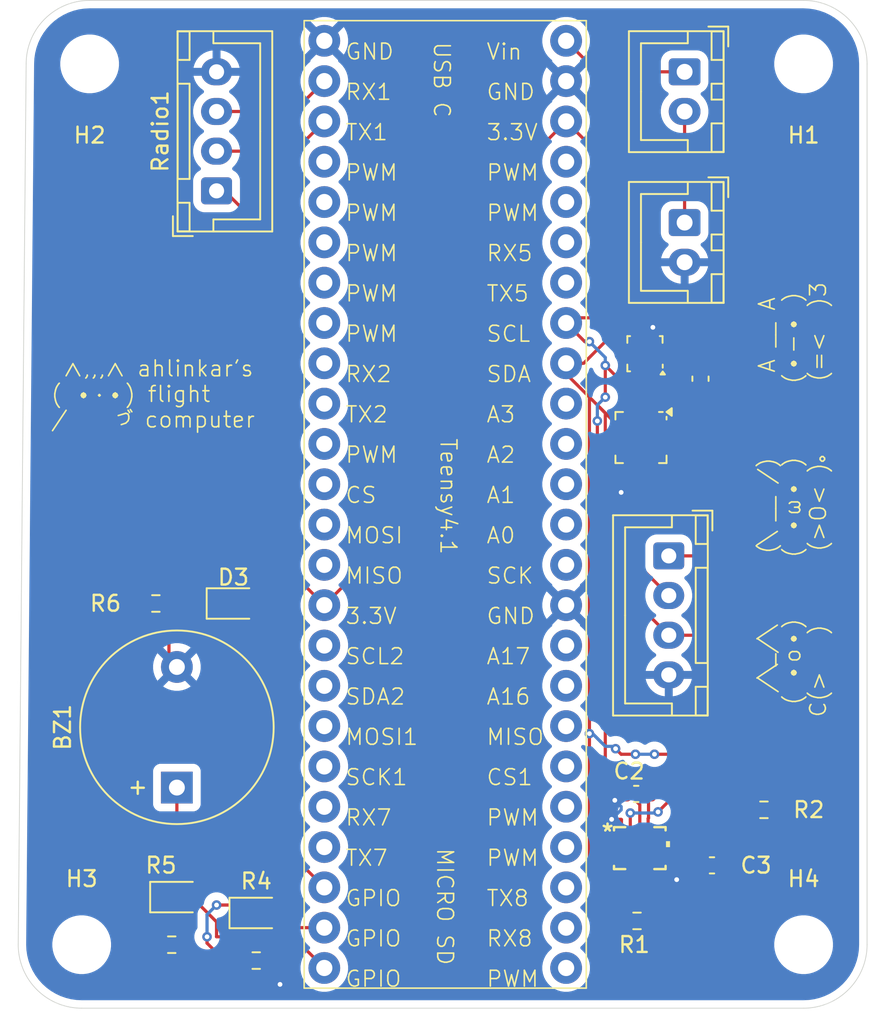
<source format=kicad_pcb>
(kicad_pcb (version 20241229) (generator "pcbnew") (generator_version "9.0")
  (layers (0 "F.Cu" signal) (2 "B.Cu" signal) (13 "F.Paste" user) (15 "B.Paste" user) (5 "F.SilkS" user "F.Silkscreen") (7 "B.SilkS" user "B.Silkscreen") (1 "F.Mask" user) (3 "B.Mask" user) (25 "Edge.Cuts" user))
  (net 0 "")
  (net 1 "GND")
  (net 2 "Net-(BZ1-+)")
  (net 3 "+3.3V")
  (net 4 "Net-(J1-Pin_2)")
  (net 5 "+5V")
  (net 6 "/TX")
  (net 7 "/RX")
  (net 26 "Net-(D1-K)")
  (net 27 "Net-(D2-K)")
  (net 32 "Net-(D2-A)")
  (net 53 "Net-(D1-A)")
  (net 58 "Net-(D3-K)")
  (net 59 "/SDA")
  (net 62 "/SCL")
  (footprint "LED_SMD:LED_0805_2012Metric" (layer "F.Cu") (at 82 114.5)
    (property "Reference" "D1" (hide yes))
    (property "Value" "red LED")
    (pad "1" smd roundrect (at -0.9375 0) (size 0.975 1.4) (layers "F.Cu" "F.Mask" "F.Paste") (net 26 "Net-(D1-K)"))
    (pad "2" smd roundrect (at 0.9375 0) (size 0.975 1.4) (layers "F.Cu" "F.Mask" "F.Paste") (net 53 "Net-(D1-A)"))
  )
  (footprint "Capacitor_SMD:C_0603_1608Metric" (layer "F.Cu") (at 115.725 112.5)
    (property "Reference" "C3" (hide yes))
    (property "Value" "100 nF" (hide yes))
    (pad "1" smd roundrect (at -0.775 0) (size 0.9 0.95) (layers "F.Cu" "F.Mask" "F.Paste") (net 1 "GND"))
    (pad "2" smd roundrect (at 0.775 0) (size 0.9 0.95) (layers "F.Cu" "F.Mask" "F.Paste") (net 3 "+3.3V"))
  )
  (footprint "Capacitor_SMD:C_0603_1608Metric" (layer "F.Cu") (at 115 81.8375 90)
    (property "Reference" "C1" (hide yes))
    (property "Value" "100 nF" (hide yes))
    (pad "1" smd roundrect (at -0.775 0 90) (size 0.9 0.95) (layers "F.Cu" "F.Mask" "F.Paste") (net 1 "GND"))
    (pad "2" smd roundrect (at 0.775 0 90) (size 0.9 0.95) (layers "F.Cu" "F.Mask" "F.Paste") (net 3 "+3.3V"))
  )
  (footprint "Resistor_SMD:R_0603_1608Metric" (layer "F.Cu") (at 80.675 96)
    (property "Reference" "R6" (at -3.175 0 0) (layer "F.SilkS"))
    (property "Value" "560")
    (pad "1" smd roundrect (at -0.825 0) (size 0.8 0.95) (layers "F.Cu" "F.Mask" "F.Paste") (net 58 "Net-(D3-K)"))
    (pad "2" smd roundrect (at 0.825 0) (size 0.8 0.95) (layers "F.Cu" "F.Mask" "F.Paste") (net 1 "GND"))
  )
  (footprint "Resistor_SMD:R_0603_1608Metric" (layer "F.Cu") (at 119 109 180)
    (property "Reference" "R2" (at -2.825 0 0) (layer "F.SilkS"))
    (property "Value" "5.1k" (hide yes))
    (pad "1" smd roundrect (at -0.825 0 180) (size 0.8 0.95) (layers "F.Cu" "F.Mask" "F.Paste") (net 3 "+3.3V"))
    (pad "2" smd roundrect (at 0.825 0 180) (size 0.8 0.95) (layers "F.Cu" "F.Mask" "F.Paste") (net 59 "/SDA"))
  )
  (footprint "LED_SMD:LED_0805_2012Metric" (layer "F.Cu") (at 85.5625 96)
    (property "Reference" "D3" (at 0 -1.65 0) (layer "F.SilkS"))
    (property "Value" "LED")
    (pad "1" smd roundrect (at -0.9375 0) (size 0.975 1.4) (layers "F.Cu" "F.Mask" "F.Paste") (net 58 "Net-(D3-K)"))
    (pad "2" smd roundrect (at 0.9375 0) (size 0.975 1.4) (layers "F.Cu" "F.Mask" "F.Paste") (net 3 "+3.3V"))
  )
  (footprint "LED_SMD:LED_0805_2012Metric" (layer "F.Cu") (at 87 115.5)
    (property "Reference" "D2" (hide yes))
    (property "Value" "green LED")
    (pad "1" smd roundrect (at -0.9375 0) (size 0.975 1.4) (layers "F.Cu" "F.Mask" "F.Paste") (net 27 "Net-(D2-K)"))
    (pad "2" smd roundrect (at 0.9375 0) (size 0.975 1.4) (layers "F.Cu" "F.Mask" "F.Paste") (net 32 "Net-(D2-A)"))
  )
  (footprint "MountingHole:MountingHole_3.2mm_M3" (layer "F.Cu") (at 121.5 117.5)
    (property "Reference" "H4" (at 0 -4.15 0) (layer "F.SilkS"))
    (property "Value" "MountingHole")
    (pad "" np_thru_hole circle (at 0 0) (size 3.2 3.2) (drill 3.2) (layers "*.Cu" "*.Mask"))
  )
  (footprint "MountingHole:MountingHole_3.2mm_M3" (layer "F.Cu") (at 76 117.5)
    (property "Reference" "H3" (at 0 -4.15 0) (layer "F.SilkS"))
    (property "Value" "MountingHole")
    (pad "" np_thru_hole circle (at 0 0) (size 3.2 3.2) (drill 3.2) (layers "*.Cu" "*.Mask"))
  )
  (footprint "Capacitor_SMD:C_0603_1608Metric" (layer "F.Cu") (at 110.95 108)
    (property "Reference" "C2" (at -0.45 -1.43 0) (layer "F.SilkS"))
    (property "Value" "100 nF" (hide yes))
    (pad "1" smd roundrect (at -0.775 0) (size 0.9 0.95) (layers "F.Cu" "F.Mask" "F.Paste") (net 1 "GND"))
    (pad "2" smd roundrect (at 0.775 0) (size 0.9 0.95) (layers "F.Cu" "F.Mask" "F.Paste") (net 3 "+3.3V"))
  )
  (footprint "Connector_JST:JST_XH_B4B-XH-A_1x04_P2.50mm_Vertical" (layer "F.Cu") (at 113 93 -90)
    (property "Reference" "GPS1" (hide yes))
    (property "Value" "Conn_01x04" (hide yes))
    (pad "1" thru_hole roundrect (at 0 0 270) (size 1.7 1.95) (drill 0.95) (layers "*.Cu" "*.Mask") (roundrect_rratio 0.147059) (net 3 "+3.3V"))
    (pad "2" thru_hole oval (at 2.5 0 270) (size 1.7 1.95) (drill 0.95) (layers "*.Cu" "*.Mask") (net 59 "/SDA"))
    (pad "3" thru_hole oval (at 5 0 270) (size 1.7 1.95) (drill 0.95) (layers "*.Cu" "*.Mask") (net 62 "/SCL"))
    (pad "4" thru_hole oval (at 7.5 0 270) (size 1.7 1.95) (drill 0.95) (layers "*.Cu" "*.Mask") (net 1 "GND"))
  )
  (footprint "MountingHole:MountingHole_3.2mm_M3" (layer "F.Cu") (at 121.5 62)
    (property "Reference" "H1" (at 0 4.5 0) (layer "F.SilkS"))
    (property "Value" "MountingHole")
    (pad "" np_thru_hole circle (at 0 0) (size 3.2 3.2) (drill 3.2) (layers "*.Cu" "*.Mask"))
  )
  (footprint "Connector_JST:JST_XH_B2B-XH-A_1x02_P2.50mm_Vertical" (layer "F.Cu") (at 114 72 -90)
    (property "Reference" "J2" (hide yes))
    (property "Value" "batt")
    (pad "1" thru_hole roundrect (at 0 0 270) (size 1.7 2) (drill 1) (layers "*.Cu" "*.Mask") (roundrect_rratio 0.147059) (net 4 "Net-(J1-Pin_2)"))
    (pad "2" thru_hole oval (at 2.5 0 270) (size 1.7 2) (drill 1) (layers "*.Cu" "*.Mask") (net 1 "GND"))
  )
  (footprint "footprint:teensy" (layer "F.Cu") (at 98.9112 89.756)
    (property "Reference" "Teensy4.1" (at 0.2 -0.5 270) (layer "F.SilkS") (effects (font (thickness 0.1))))
    (property "Value" "~")
    (fp_text user "MISO" (at -6.35 5.08 0) (layer "F.SilkS") (effects (font (thickness 0.1)) (justify left bottom)))
    (fp_text user "SCK" (at 2.54 5.08 0) (layer "F.SilkS") (effects (font (thickness 0.1)) (justify left bottom)))
    (fp_text user "A0" (at 2.54 2.54 0) (layer "F.SilkS") (effects (font (thickness 0.1)) (justify left bottom)))
    (fp_text user "A2" (at 2.54 -2.54 0) (layer "F.SilkS") (effects (font (thickness 0.1)) (justify left bottom)))
    (fp_text user "MOSI1" (at -6.35 15.24 0) (layer "F.SilkS") (effects (font (thickness 0.1)) (justify left bottom)))
    (fp_text user "Vin" (at 2.54 -27.94 0) (layer "F.SilkS") (effects (font (thickness 0.1)) (justify left bottom)))
    (fp_text user "A16" (at 2.54 12.7 0) (layer "F.SilkS") (effects (font (thickness 0.1)) (justify left bottom)))
    (fp_text user "3.3V" (at -6.35 7.62 0) (layer "F.SilkS") (effects (font (thickness 0.1)) (justify left bottom)))
    (fp_text user "TX2" (at -6.35 -5.08 0) (layer "F.SilkS") (effects (font (thickness 0.1)) (justify left bottom)))
    (fp_text user "TX8" (at 2.54 25.4 0) (layer "F.SilkS") (effects (font (thickness 0.1)) (justify left bottom)))
    (fp_text user "RX8" (at 2.54 27.94 0) (layer "F.SilkS") (effects (font (thickness 0.1)) (justify left bottom)))
    (fp_text user "PWM" (at -6.35 -17.78 0) (layer "F.SilkS") (effects (font (thickness 0.1)) (justify left bottom)))
    (fp_text user "PWM" (at -6.35 -15.24 0) (layer "F.SilkS") (effects (font (thickness 0.1)) (justify left bottom)))
    (fp_text user "SCL" (at 2.54 -10.16 0) (layer "F.SilkS") (effects (font (thickness 0.1)) (justify left bottom)))
    (fp_text user "MOSI" (at -6.35 2.54 0) (layer "F.SilkS") (effects (font (thickness 0.1)) (justify left bottom)))
    (fp_text user "A1" (at 2.54 0 0) (layer "F.SilkS") (effects (font (thickness 0.1)) (justify left bottom)))
    (fp_text user "SDA" (at 2.54 -7.62 0) (layer "F.SilkS") (effects (font (thickness 0.1)) (justify left bottom)))
    (fp_text user "USB C" (at -0.8 -29.2 270) (layer "F.SilkS") (effects (font (thickness 0.1)) (justify left bottom)))
    (fp_text user "GND" (at 2.54 -25.4 0) (layer "F.SilkS") (effects (font (thickness 0.1)) (justify left bottom)))
    (fp_text user "RX2" (at -6.35 -7.62 0) (layer "F.SilkS") (effects (font (thickness 0.1)) (justify left bottom)))
    (fp_text user "A3" (at 2.54 -5.08 0) (layer "F.SilkS") (effects (font (thickness 0.1)) (justify left bottom)))
    (fp_text user "GPIO" (at -6.35 27.94 0) (layer "F.SilkS") (effects (font (thickness 0.1)) (justify left bottom)))
    (fp_text user "TX5" (at 2.54 -12.7 0) (layer "F.SilkS") (effects (font (thickness 0.1)) (justify left bottom)))
    (fp_text user "GPIO" (at -6.35 30.48 0) (layer "F.SilkS") (effects (font (thickness 0.1)) (justify left bottom)))
    (fp_text user "PWM" (at 2.54 -17.78 0) (layer "F.SilkS") (effects (font (thickness 0.1)) (justify left bottom)))
    (fp_text user "PWM" (at 2.54 20.32 0) (layer "F.SilkS") (effects (font (thickness 0.1)) (justify left bottom)))
    (fp_text user "PWM" (at -6.35 -2.54 0) (layer "F.SilkS") (effects (font (thickness 0.1)) (justify left bottom)))
    (fp_text user "A17" (at 2.54 10.16 0) (layer "F.SilkS") (effects (font (thickness 0.1)) (justify left bottom)))
    (fp_text user "3.3V" (at 2.54 -22.86 0) (layer "F.SilkS") (effects (font (thickness 0.1)) (justify left bottom)))
    (fp_text user "PWM" (at -6.35 -10.16 0) (layer "F.SilkS") (effects (font (thickness 0.1)) (justify left bottom)))
    (fp_text user "GND" (at 2.54 7.62 0) (layer "F.SilkS") (effects (font (thickness 0.1)) (justify left bottom)))
    (fp_text user "PWM" (at 2.54 22.86 0) (layer "F.SilkS") (effects (font (thickness 0.1)) (justify left bottom)))
    (fp_text user "RX1" (at -6.35 -25.4 0) (layer "F.SilkS") (effects (font (thickness 0.1)) (justify left bottom)))
    (fp_text user "PWM" (at 2.54 30.48 0) (layer "F.SilkS") (effects (font (thickness 0.1)) (justify left bottom)))
    (fp_text user "PWM" (at -6.35 -20.32 0) (layer "F.SilkS") (effects (font (thickness 0.1)) (justify left bottom)))
    (fp_text user "PWM" (at 2.54 -20.32 0) (layer "F.SilkS") (effects (font (thickness 0.1)) (justify left bottom)))
    (fp_text user "RX7" (at -6.35 20.32 0) (layer "F.SilkS") (effects (font (thickness 0.1)) (justify left bottom)))
    (fp_text user "SCL2" (at -6.35 10.16 0) (layer "F.SilkS") (effects (font (thickness 0.1)) (justify left bottom)))
    (fp_text user "CS1" (at 2.54 17.78 0) (layer "F.SilkS") (effects (font (thickness 0.1)) (justify left bottom)))
    (fp_text user "PWM" (at -6.35 -12.7 0) (layer "F.SilkS") (effects (font (thickness 0.1)) (justify left bottom)))
    (fp_text user "GND" (at -6.35 -27.94 0) (layer "F.SilkS") (effects (font (thickness 0.1)) (justify left bottom)))
    (fp_text user "CS" (at -6.35 0 0) (layer "F.SilkS") (effects (font (thickness 0.1)) (justify left bottom)))
    (fp_text user "MICRO SD" (at -0.6 21.59 270) (layer "F.SilkS") (effects (font (thickness 0.1)) (justify left bottom)))
    (fp_text user "GPIO" (at -6.35 25.4 0) (layer "F.SilkS") (effects (font (thickness 0.1)) (justify left bottom)))
    (fp_text user "SDA2" (at -6.35 12.7 0) (layer "F.SilkS") (effects (font (thickness 0.1)) (justify left bottom)))
    (fp_text user "SCK1" (at -6.35 17.78 0) (layer "F.SilkS") (effects (font (thickness 0.1)) (justify left bottom)))
    (fp_text user "TX1" (at -6.35 -22.86 0) (layer "F.SilkS") (effects (font (thickness 0.1)) (justify left bottom)))
    (fp_text user "RX5" (at 2.54 -15.24 0) (layer "F.SilkS") (effects (font (thickness 0.1)) (justify left bottom)))
    (fp_text user "TX7" (at -6.35 22.86 0) (layer "F.SilkS") (effects (font (thickness 0.1)) (justify left bottom)))
    (fp_text user "MISO" (at 2.54 15.24 0) (layer "F.SilkS") (effects (font (thickness 0.1)) (justify left bottom)))
    (pad "0" thru_hole circle (at -7.62 -26.67) (size 2 2) (drill 1.02) (layers "*.Cu" "*.Mask") (net 7 "/RX"))
    (pad "1" thru_hole circle (at -7.62 -24.13) (size 2 2) (drill 1.02) (layers "*.Cu" "*.Mask") (net 6 "/TX"))
    (pad "2" thru_hole circle (at -7.62 -21.59) (size 2 2) (drill 1.02) (layers "*.Cu" "*.Mask"))
    (pad "3" thru_hole circle (at -7.62 -19.05) (size 2 2) (drill 1.02) (layers "*.Cu" "*.Mask"))
    (pad "3V" thru_hole circle (at -7.62 6.35) (size 2 2) (drill 1.02) (layers "*.Cu" "*.Mask") (net 3 "+3.3V"))
    (pad "3V1" thru_hole circle (at 7.62 -24.13) (size 2 2) (drill 1.02) (layers "*.Cu" "*.Mask") (net 3 "+3.3V"))
    (pad "4" thru_hole circle (at -7.62 -16.51) (size 2 2) (drill 1.02) (layers "*.Cu" "*.Mask"))
    (pad "5" thru_hole circle (at -7.62 -13.97) (size 2 2) (drill 1.02) (layers "*.Cu" "*.Mask"))
    (pad "5V" thru_hole circle (at 7.62 -29.21) (size 2 2) (drill 1.02) (layers "*.Cu" "*.Mask") (net 5 "+5V"))
    (pad "6" thru_hole circle (at -7.62 -11.43) (size 2 2) (drill 1.02) (layers "*.Cu" "*.Mask"))
    (pad "7" thru_hole circle (at -7.62 -8.89) (size 2 2) (drill 1.02) (layers "*.Cu" "*.Mask"))
    (pad "8" thru_hole circle (at -7.62 -6.35) (size 2 2) (drill 1.02) (layers "*.Cu" "*.Mask"))
    (pad "9" thru_hole circle (at -7.62 -3.81) (size 2 2) (drill 1.02) (layers "*.Cu" "*.Mask"))
    (pad "10" thru_hole circle (at -7.62 -1.27) (size 2 2) (drill 1.02) (layers "*.Cu" "*.Mask"))
    (pad "11" thru_hole circle (at -7.62 1.27) (size 2 2) (drill 1.02) (layers "*.Cu" "*.Mask"))
    (pad "12" thru_hole circle (at -7.62 3.81) (size 2 2) (drill 1.02) (layers "*.Cu" "*.Mask"))
    (pad "13" thru_hole circle (at 7.62 3.81) (size 2 2) (drill 1.02) (layers "*.Cu" "*.Mask"))
    (pad "14" thru_hole circle (at 7.62 1.27) (size 2 2) (drill 1.02) (layers "*.Cu" "*.Mask"))
    (pad "15" thru_hole circle (at 7.62 -1.27) (size 2 2) (drill 1.02) (layers "*.Cu" "*.Mask"))
    (pad "16" thru_hole circle (at 7.62 -3.81) (size 2 2) (drill 1.02) (layers "*.Cu" "*.Mask"))
    (pad "17" thru_hole circle (at 7.62 -6.35) (size 2 2) (drill 1.02) (layers "*.Cu" "*.Mask"))
    (pad "18" thru_hole circle (at 7.62 -8.89) (size 2 2) (drill 1.02) (layers "*.Cu" "*.Mask") (net 59 "/SDA"))
    (pad "19" thru_hole circle (at 7.62 -11.43) (size 2 2) (drill 1.02) (layers "*.Cu" "*.Mask") (net 62 "/SCL"))
    (pad "20" thru_hole circle (at 7.62 -13.97) (size 2 2) (drill 1.02) (layers "*.Cu" "*.Mask"))
    (pad "21" thru_hole circle (at 7.62 -16.51) (size 2 2) (drill 1.02) (layers "*.Cu" "*.Mask"))
    (pad "22" thru_hole circle (at 7.62 -19.05) (size 2 2) (drill 1.02) (layers "*.Cu" "*.Mask"))
    (pad "23" thru_hole circle (at 7.62 -21.59) (size 2 2) (drill 1.02) (layers "*.Cu" "*.Mask"))
    (pad "24" thru_hole circle (at -7.62 8.89) (size 2 2) (drill 1.02) (layers "*.Cu" "*.Mask"))
    (pad "25" thru_hole circle (at -7.62 11.43) (size 2 2) (drill 1.02) (layers "*.Cu" "*.Mask"))
    (pad "26" thru_hole circle (at -7.62 13.97) (size 2 2) (drill 1.02) (layers "*.Cu" "*.Mask"))
    (pad "27" thru_hole circle (at -7.62 16.51) (size 2 2) (drill 1.02) (layers "*.Cu" "*.Mask"))
    (pad "28" thru_hole circle (at -7.62 19.05) (size 2 2) (drill 1.02) (layers "*.Cu" "*.Mask"))
    (pad "29" thru_hole circle (at -7.62 21.59) (size 2 2) (drill 1.02) (layers "*.Cu" "*.Mask"))
    (pad "30" thru_hole circle (at -7.62 24.13) (size 2 2) (drill 1.02) (layers "*.Cu" "*.Mask") (net 2 "Net-(BZ1-+)"))
    (pad "31" thru_hole circle (at -7.62 26.67) (size 2 2) (drill 1.02) (layers "*.Cu" "*.Mask") (net 32 "Net-(D2-A)"))
    (pad "32" thru_hole circle (at -7.62 29.21) (size 2 2) (drill 1.02) (layers "*.Cu" "*.Mask") (net 53 "Net-(D1-A)"))
    (pad "33" thru_hole circle (at 7.62 29.21) (size 2 2) (drill 1.02) (layers "*.Cu" "*.Mask"))
    (pad "34" thru_hole circle (at 7.62 26.67) (size 2 2) (drill 1.02) (layers "*.Cu" "*.Mask"))
    (pad "35" thru_hole circle (at 7.62 24.13) (size 2 2) (drill 1.02) (layers "*.Cu" "*.Mask"))
    (pad "36" thru_hole circle (at 7.62 21.59) (size 2 2) (drill 1.02) (layers "*.Cu" "*.Mask"))
    (pad "37" thru_hole circle (at 7.62 19.05) (size 2 2) (drill 1.02) (layers "*.Cu" "*.Mask"))
    (pad "38" thru_hole circle (at 7.62 16.51) (size 2 2) (drill 1.02) (layers "*.Cu" "*.Mask"))
    (pad "39" thru_hole circle (at 7.62 13.97) (size 2 2) (drill 1.02) (layers "*.Cu" "*.Mask"))
    (pad "40" thru_hole circle (at 7.62 11.43) (size 2 2) (drill 1.02) (layers "*.Cu" "*.Mask"))
    (pad "41" thru_hole circle (at 7.62 8.89) (size 2 2) (drill 1.02) (layers "*.Cu" "*.Mask"))
    (pad "G" thru_hole circle (at -7.62 -29.21) (size 2 2) (drill 1.02) (layers "*.Cu" "*.Mask") (net 1 "GND"))
    (pad "G1" thru_hole circle (at 7.62 -26.67) (size 2 2) (drill 1.02) (layers "*.Cu" "*.Mask") (net 1 "GND"))
    (pad "G2" thru_hole circle (at 7.62 6.35) (size 2 2) (drill 1.02) (layers "*.Cu" "*.Mask") (net 1 "GND"))
  )
  (footprint "Resistor_SMD:R_0603_1608Metric" (layer "F.Cu") (at 87 118.5)
    (property "Reference" "R4" (at 0 -5 0) (layer "F.SilkS"))
    (property "Value" "560")
    (pad "1" smd roundrect (at -0.825 0) (size 0.8 0.95) (layers "F.Cu" "F.Mask" "F.Paste") (net 27 "Net-(D2-K)"))
    (pad "2" smd roundrect (at 0.825 0) (size 0.8 0.95) (layers "F.Cu" "F.Mask" "F.Paste") (net 1 "GND"))
  )
  (footprint "Package_LGA:ST_HLGA-10_2x2mm_P0.5mm_LayoutBorder3x2y" (layer "F.Cu") (at 111.5 80.2625 180)
    (property "Reference" "U1(Barometer)1" (hide yes))
    (property "Value" "LPS22HH" (hide yes))
    (pad "1" smd roundrect (at -0.7625 -0.25 180) (size 0.425 0.35) (layers "F.Cu" "F.Mask" "F.Paste") (net 3 "+3.3V"))
    (pad "2" smd roundrect (at -0.7625 0.25 180) (size 0.425 0.35) (layers "F.Cu" "F.Mask" "F.Paste") (net 62 "/SCL"))
    (pad "3" smd roundrect (at -0.5 0.7625 180) (size 0.35 0.425) (layers "F.Cu" "F.Mask" "F.Paste") (net 1 "GND"))
    (pad "4" smd roundrect (at 0 0.7625 180) (size 0.35 0.425) (layers "F.Cu" "F.Mask" "F.Paste") (net 59 "/SDA"))
    (pad "5" smd roundrect (at 0.5 0.7625 180) (size 0.35 0.425) (layers "F.Cu" "F.Mask" "F.Paste") (net 1 "GND"))
    (pad "6" smd roundrect (at 0.7625 0.25 180) (size 0.425 0.35) (layers "F.Cu" "F.Mask" "F.Paste") (net 3 "+3.3V"))
    (pad "7" smd roundrect (at 0.7625 -0.25 180) (size 0.425 0.35) (layers "F.Cu" "F.Mask" "F.Paste"))
    (pad "8" smd roundrect (at 0.5 -0.7625 180) (size 0.35 0.425) (layers "F.Cu" "F.Mask" "F.Paste") (net 1 "GND"))
    (pad "9" smd roundrect (at 0 -0.7625 180) (size 0.35 0.425) (layers "F.Cu" "F.Mask" "F.Paste") (net 1 "GND"))
    (pad "10" smd roundrect (at -0.5 -0.7625 180) (size 0.35 0.425) (layers "F.Cu" "F.Mask" "F.Paste") (net 3 "+3.3V"))
  )
  (footprint "Connector_JST:JST_XH_B2B-XH-A_1x02_P2.50mm_Vertical" (layer "F.Cu") (at 114 62.5 -90)
    (property "Reference" "J1" (hide yes))
    (property "Value" "switch")
    (pad "1" thru_hole roundrect (at 0 0 270) (size 1.7 2) (drill 1) (layers "*.Cu" "*.Mask") (roundrect_rratio 0.147059) (net 5 "+5V"))
    (pad "2" thru_hole oval (at 2.5 0 270) (size 1.7 2) (drill 1) (layers "*.Cu" "*.Mask") (net 4 "Net-(J1-Pin_2)"))
  )
  (footprint "Buzzer_Beeper:Buzzer_12x9.5RM7.6" (layer "F.Cu") (at 82 107.6 90)
    (property "Reference" "BZ1" (at 3.8 -7.2 90) (layer "F.SilkS"))
    (property "Value" "Buzzer")
    (fp_text user "+" (at -0.01 -2.54 90) (layer "F.SilkS"))
    (pad "1" thru_hole rect (at 0 0 90) (size 2 2) (drill 1) (layers "*.Cu" "*.Mask") (net 2 "Net-(BZ1-+)"))
    (pad "2" thru_hole circle (at 7.6 0 90) (size 2 2) (drill 1) (layers "*.Cu" "*.Mask") (net 1 "GND"))
  )
  (footprint "Package_DFN_QFN:QFN-16-1EP_3x3mm_P0.5mm_EP1.675x1.675mm" (layer "F.Cu") (at 111.25 85.54375 -90)
    (property "Reference" "U2(Magnetometer)1" (hide yes))
    (property "Value" "MLX90395xLW" (hide yes))
    (pad "1" smd roundrect (at -1.45625 -0.75 270) (size 0.8375 0.25) (layers "F.Cu" "F.Mask" "F.Paste"))
    (pad "2" smd roundrect (at -1.45625 -0.25 270) (size 0.8375 0.25) (layers "F.Cu" "F.Mask" "F.Paste"))
    (pad "3" smd roundrect (at -1.45625 0.25 270) (size 0.8375 0.25) (layers "F.Cu" "F.Mask" "F.Paste") (net 62 "/SCL"))
    (pad "4" smd roundrect (at -1.45625 0.75 270) (size 0.8375 0.25) (layers "F.Cu" "F.Mask" "F.Paste") (net 1 "GND"))
    (pad "5" smd roundrect (at -0.75 1.45625 270) (size 0.25 0.8375) (layers "F.Cu" "F.Mask" "F.Paste") (net 59 "/SDA"))
    (pad "6" smd roundrect (at -0.25 1.45625 270) (size 0.25 0.8375) (layers "F.Cu" "F.Mask" "F.Paste"))
    (pad "7" smd roundrect (at 0.25 1.45625 270) (size 0.25 0.8375) (layers "F.Cu" "F.Mask" "F.Paste"))
    (pad "8" smd roundrect (at 0.75 1.45625 270) (size 0.25 0.8375) (layers "F.Cu" "F.Mask" "F.Paste") (net 1 "GND"))
    (pad "9" smd roundrect (at 1.45625 0.75 270) (size 0.8375 0.25) (layers "F.Cu" "F.Mask" "F.Paste") (net 1 "GND"))
    (pad "10" smd roundrect (at 1.45625 0.25 270) (size 0.8375 0.25) (layers "F.Cu" "F.Mask" "F.Paste") (net 1 "GND"))
    (pad "11" smd roundrect (at 1.45625 -0.25 270) (size 0.8375 0.25) (layers "F.Cu" "F.Mask" "F.Paste"))
    (pad "12" smd roundrect (at 1.45625 -0.75 270) (size 0.8375 0.25) (layers "F.Cu" "F.Mask" "F.Paste"))
    (pad "13" smd roundrect (at 0.75 -1.45625 270) (size 0.25 0.8375) (layers "F.Cu" "F.Mask" "F.Paste") (net 1 "GND"))
    (pad "14" smd roundrect (at 0.25 -1.45625 270) (size 0.25 0.8375) (layers "F.Cu" "F.Mask" "F.Paste") (net 1 "GND"))
    (pad "15" smd roundrect (at -0.25 -1.45625 270) (size 0.25 0.8375) (layers "F.Cu" "F.Mask" "F.Paste") (net 3 "+3.3V"))
    (pad "16" smd roundrect (at -0.75 -1.45625 270) (size 0.25 0.8375) (layers "F.Cu" "F.Mask" "F.Paste") (net 1 "GND"))
    (pad "17" smd rect (at 0 0 270) (size 1.675 1.675) (property pad_prop_heatsink) (layers "F.Cu" "F.Mask") (net 1 "GND"))
  )
  (footprint "Resistor_SMD:R_0603_1608Metric" (layer "F.Cu") (at 111 116 180)
    (property "Reference" "R1" (at 0.175 -1.5 0) (layer "F.SilkS"))
    (property "Value" "5.1k" (hide yes))
    (pad "1" smd roundrect (at -0.825 0 180) (size 0.8 0.95) (layers "F.Cu" "F.Mask" "F.Paste") (net 3 "+3.3V"))
    (pad "2" smd roundrect (at 0.825 0 180) (size 0.8 0.95) (layers "F.Cu" "F.Mask" "F.Paste") (net 62 "/SCL"))
  )
  (footprint "MountingHole:MountingHole_3.2mm_M3" (layer "F.Cu") (at 76.5 62)
    (property "Reference" "H2" (at 0 4.5 0) (layer "F.SilkS"))
    (property "Value" "MountingHole")
    (pad "" np_thru_hole circle (at 0 0) (size 3.2 3.2) (drill 3.2) (layers "*.Cu" "*.Mask"))
  )
  (footprint "Resistor_SMD:R_0603_1608Metric" (layer "F.Cu") (at 81.675 117.5)
    (property "Reference" "R5" (at -0.675 -5 0) (layer "F.SilkS"))
    (property "Value" "560")
    (pad "1" smd roundrect (at -0.825 0) (size 0.8 0.95) (layers "F.Cu" "F.Mask" "F.Paste") (net 26 "Net-(D1-K)"))
    (pad "2" smd roundrect (at 0.825 0) (size 0.8 0.95) (layers "F.Cu" "F.Mask" "F.Paste") (net 1 "GND"))
  )
  (footprint "footprints:BMI323_BOS" (layer "F.Cu") (at 111.175001 111.4144)
    (property "Reference" "U3(IMU)1" (hide yes))
    (property "Value" "BMI323" (hide yes))
    (fp_text user "*" (at -2.032 -1 0) (layer "F.SilkS"))
    (fp_text user "*" (at -2.032 -1 0) (layer "F.SilkS"))
    (pad "1" smd rect (at -1.1557 -0.750001 90) (size 0.254 0.4826) (layers "F.Cu" "F.Mask" "F.Paste") (net 1 "GND"))
    (pad "2" smd rect (at -1.1557 -0.25 90) (size 0.254 0.4826) (layers "F.Cu" "F.Mask" "F.Paste"))
    (pad "3" smd rect (at -1.1557 0.25 90) (size 0.254 0.4826) (layers "F.Cu" "F.Mask" "F.Paste"))
    (pad "4" smd rect (at -1.1557 0.750001 90) (size 0.254 0.4826) (layers "F.Cu" "F.Mask" "F.Paste"))
    (pad "5" smd rect (at -0.499999 0.9144) (size 0.254 0.4826) (layers "F.Cu" "F.Mask" "F.Paste") (net 3 "+3.3V"))
    (pad "6" smd rect (at 0 0.9144) (size 0.254 0.4826) (layers "F.Cu" "F.Mask" "F.Paste") (net 1 "GND"))
    (pad "7" smd rect (at 0.499999 0.9144) (size 0.254 0.4826) (layers "F.Cu" "F.Mask" "F.Paste") (net 1 "GND"))
    (pad "8" smd rect (at 1.1557 0.750001 90) (size 0.254 0.4826) (layers "F.Cu" "F.Mask" "F.Paste") (net 3 "+3.3V"))
    (pad "9" smd rect (at 1.1557 0.25 90) (size 0.254 0.4826) (layers "F.Cu" "F.Mask" "F.Paste"))
    (pad "10" smd rect (at 1.1557 -0.25 90) (size 0.254 0.4826) (layers "F.Cu" "F.Mask" "F.Paste"))
    (pad "11" smd rect (at 1.1557 -0.750001 90) (size 0.254 0.4826) (layers "F.Cu" "F.Mask" "F.Paste"))
    (pad "12" smd rect (at 0.499999 -0.9144) (size 0.254 0.4826) (layers "F.Cu" "F.Mask" "F.Paste") (net 3 "+3.3V"))
    (pad "13" smd rect (at 0 -0.9144) (size 0.254 0.4826) (layers "F.Cu" "F.Mask" "F.Paste") (net 62 "/SCL"))
    (pad "14" smd rect (at -0.499999 -0.9144) (size 0.254 0.4826) (layers "F.Cu" "F.Mask" "F.Paste") (net 59 "/SDA"))
  )
  (footprint "Connector_JST:JST_XH_B4B-XH-A_1x04_P2.50mm_Vertical" (layer "F.Cu") (at 84.5 70 90)
    (property "Reference" "Radio1" (at 3.75 -3.55 90) (layer "F.SilkS"))
    (property "Value" "Conn_01x04" (hide yes))
    (pad "1" thru_hole roundrect (at 0 0 90) (size 1.7 1.95) (drill 0.95) (layers "*.Cu" "*.Mask") (roundrect_rratio 0.147059) (net 3 "+3.3V"))
    (pad "2" thru_hole oval (at 2.5 0 90) (size 1.7 1.95) (drill 0.95) (layers "*.Cu" "*.Mask") (net 6 "/TX"))
    (pad "3" thru_hole oval (at 5 0 90) (size 1.7 1.95) (drill 0.95) (layers "*.Cu" "*.Mask") (net 7 "/RX"))
    (pad "4" thru_hole oval (at 7.5 0 90) (size 1.7 1.95) (drill 0.95) (layers "*.Cu" "*.Mask") (net 1 "GND"))
  )
  (gr_arc (start 76 121.5) (mid 73.171573 120.328427) (end 72 117.5) (stroke (width 0.05)) (layer "Edge.Cuts"))
  (gr_line (start 121.5 121.5) (end 76 121.5) (stroke (width 0.05)) (layer "Edge.Cuts"))
  (gr_arc (start 72.5 62) (mid 73.671573 59.171573) (end 76.5 58) (stroke (width 0.05)) (layer "Edge.Cuts"))
  (gr_arc (start 121.5 58) (mid 124.328427 59.171573) (end 125.5 62) (stroke (width 0.05)) (layer "Edge.Cuts"))
  (gr_arc (start 125.5 117.5) (mid 124.328427 120.328427) (end 121.5 121.5) (stroke (width 0.05)) (layer "Edge.Cuts"))
  (gr_line (start 72 117.5) (end 72.5 62) (stroke (width 0.05)) (layer "Edge.Cuts"))
  (gr_line (start 125.5 62) (end 125.5 117.5) (stroke (width 0.05)) (layer "Edge.Cuts"))
  (gr_line (start 76.5 58) (end 121.5 58) (stroke (width 0.05)) (layer "Edge.Cuts"))
  (gr_text " ∧,,,∧ ahlinkar's\n( •·•) flight\n/    づ computer\n" (at 74 85 0) (layer "F.SilkS") (effects (font (size 1 1) (thickness 0.1)) (justify left bottom)))
  (gr_text "   /\\_/\\      (\\ __ /)       A __ A\n  ( •o•)     ( •ω• )      (•-• )\n C(>   )      (>O< )｡      (=<  )3" (at 123 104 90) (layer "F.SilkS") (effects (font (size 1 1) (thickness 0.1)) (justify left bottom)))
  (gr_text "C3" (at 118.5 112.5 0) (layer "F.SilkS") (effects (font (size 1 1))))
  (segment (start 109.4 109.6) (end 110 109.6) (width 0.2) (layer "F.Cu") (net 1))
  (segment (start 110.5 84.0875) (end 110.5135 84.101) (width 0.2) (layer "F.Cu") (net 1))
  (segment (start 110 87.5) (end 110 89) (width 0.2) (layer "F.Cu") (net 1))
  (segment (start 111.175001 112.3288) (end 111.675 112.3288) (width 0.2) (layer "F.Cu") (net 1))
  (segment (start 84 119.5) (end 88 119.5) (width 0.2) (layer "F.Cu") (net 1))
  (segment (start 109.775 108.4) (end 110.175 108) (width 0.2) (layer "F.Cu") (net 1))
  (segment (start 88 119.5) (end 88.5 120) (width 0.2) (layer "F.Cu") (net 1))
  (segment (start 111.25 85.54375) (end 111.478298 85.54375) (width 0.2) (layer "F.Cu") (net 1))
  (segment (start 109.6 108.4) (end 109.775 108.4) (width 0.2) (layer "F.Cu") (net 1))
  (segment (start 111.5 85.79375) (end 112.70625 85.79375) (width 0.2) (layer "F.Cu") (net 1))
  (segment (start 113.710652 83.5) (end 111.5 81.289348) (width 0.2) (layer "F.Cu") (net 1))
  (segment (start 111.25 85.54375) (end 111.5 85.79375) (width 0.2) (layer "F.Cu") (net 1))
  (segment (start 87.825 119.325) (end 88 119.5) (width 0.2) (layer "F.Cu") (net 1))
  (segment (start 111.675 112.3288) (end 111.938601 112.592401) (width 0.2) (layer "F.Cu") (net 1))
  (segment (start 82.5 117.5) (end 82.5 118) (width 0.2) (layer "F.Cu") (net 1))
  (segment (start 109.79375 86.29375) (end 110 86.5) (width 0.2) (layer "F.Cu") (net 1))
  (segment (start 81.5 96) (end 81.5 99.5) (width 0.2) (layer "F.Cu") (net 1))
  (segment (start 112 79.5) (end 112 78.6) (width 0.2) (layer "F.Cu") (net 1))
  (segment (start 110.5 87) (end 110 87.5) (width 0.2) (layer "F.Cu") (net 1))
  (segment (start 113 112.592401) (end 114.857599 112.592401) (width 0.2) (layer "F.Cu") (net 1))
  (segment (start 111 85.79375) (end 111.25 85.54375) (width 0.2) (layer "F.Cu") (net 1))
  (segment (start 111.478298 85.54375) (end 112.228298 84.79375) (width 0.2) (layer "F.Cu") (net 1))
  (segment (start 114 83.5) (end 114.8875 82.6125) (width 0.2) (layer "F.Cu") (net 1))
  (segment (start 112.70625 84.79375) (end 114 83.5) (width 0.2) (layer "F.Cu") (net 1))
  (segment (start 82.5 118) (end 84 119.5) (width 0.2) (layer "F.Cu") (net 1))
  (segment (start 114.857599 112.592401) (end 114.95 112.5) (width 0.2) (layer "F.Cu") (net 1))
  (segment (start 110.5135 84.101) (end 110.5135 84.80725) (width 0.2) (layer "F.Cu") (net 1))
  (segment (start 87.825 118.5) (end 87.825 119.325) (width 0.2) (layer "F.Cu") (net 1))
  (segment (start 109.79375 85.79375) (end 111 85.79375) (width 0.2) (layer "F.Cu") (net 1))
  (segment (start 111 81.025) (end 111.5 81.025) (width 0.2) (layer "F.Cu") (net 1))
  (segment (start 110 109.6) (end 110.019301 109.619301) (width 0.2) (layer "F.Cu") (net 1))
  (segment (start 110.019301 109.619301) (end 110.019301 110.664399) (width 0.2) (layer "F.Cu") (net 1))
  (segment (start 111.938601 112.592401) (end 113 112.592401) (width 0.2) (layer "F.Cu") (net 1))
  (segment (start 113 112.592401) (end 113 112.9) (width 0.2) (layer "F.Cu") (net 1))
  (segment (start 114.8875 82.6125) (end 115 82.6125) (width 0.2) (layer "F.Cu") (net 1))
  (segment (start 112.228298 84.79375) (end 112.70625 84.79375) (width 0.2) (layer "F.Cu") (net 1))
  (segment (start 110 86.5) (end 110 87.5) (width 0.2) (layer "F.Cu") (net 1))
  (segment (start 111.25 85.54375) (end 111.926 84.86775) (width 0.2) (layer "F.Cu") (net 1))
  (segment (start 113 112.9) (end 113.5 113.4) (width 0.2) (layer "F.Cu") (net 1))
  (segment (start 109.79375 85.79375) (end 109.79375 86.29375) (width 0.2) (layer "F.Cu") (net 1))
  (segment (start 114 83.5) (end 113.710652 83.5) (width 0.2) (layer "F.Cu") (net 1))
  (segment (start 109.960902 110.606) (end 110.019301 110.664399) (width 0.2) (layer "F.Cu") (net 1))
  (segment (start 111.5 81.289348) (end 111.5 81.025) (width 0.2) (layer "F.Cu") (net 1))
  (segment (start 81.5 99.5) (end 82 100) (width 0.2) (layer "F.Cu") (net 1))
  (segment (start 110.5135 84.80725) (end 111.25 85.54375) (width 0.2) (layer "F.Cu") (net 1))
  (segment (start 112.63225 84.86775) (end 112.70625 84.79375) (width 0.2) (layer "F.Cu") (net 1))
  (via (at 109.4 109.6) (size 0.6) (drill 0.3) (layers "F.Cu" "B.Cu") (net 1))
  (via (at 112 78.6) (size 0.6) (drill 0.3) (layers "F.Cu" "B.Cu") (net 1))
  (via (at 88.5 120) (size 0.6) (drill 0.3) (layers "F.Cu" "B.Cu") (net 1))
  (via (at 110 89) (size 0.6) (drill 0.3) (layers "F.Cu" "B.Cu") (net 1))
  (via (at 113.5 113.4) (size 0.6) (drill 0.3) (layers "F.Cu" "B.Cu") (net 1))
  (via (at 109.6 108.4) (size 0.6) (drill 0.3) (layers "F.Cu" "B.Cu") (net 1))
  (segment (start 109.4 109.6) (end 110 109) (width 0.2) (layer "B.Cu") (net 1))
  (segment (start 110 108.8) (end 109.6 108.4) (width 0.2) (layer "B.Cu") (net 1))
  (segment (start 110 109) (end 110 108.8) (width 0.2) (layer "B.Cu") (net 1))
  (segment (start 82 111.5) (end 82 107.6) (width 0.2) (layer "F.Cu") (net 2))
  (segment (start 88.9052 111.5) (end 82 111.5) (width 0.2) (layer "F.Cu") (net 2))
  (segment (start 91.2912 113.886) (end 88.9052 111.5) (width 0.2) (layer "F.Cu") (net 2))
  (segment (start 112.873001 110.236399) (end 112.695302 110.0587) (width 0.2) (layer "F.Cu") (net 3))
  (segment (start 112.695302 110.0587) (end 112.1163 110.0587) (width 0.2) (layer "F.Cu") (net 3))
  (segment (start 112.70625 85.29375) (end 116.20625 85.29375) (width 0.2) (layer "F.Cu") (net 3))
  (segment (start 98.5 68) (end 104.1572 68) (width 0.2) (layer "F.Cu") (net 3))
  (segment (start 116.20625 85.29375) (end 116.5 85) (width 0.2) (layer "F.Cu") (net 3))
  (segment (start 114.45 80.5125) (end 115 81.0625) (width 0.2) (layer "F.Cu") (net 3))
  (segment (start 112.2625 80.5125) (end 114.45 80.5125) (width 0.2) (layer "F.Cu") (net 3))
  (segment (start 116.5 81) (end 116.5 85) (width 0.2) (layer "F.Cu") (net 3))
  (segment (start 112.1163 110.0587) (end 111.675 110.5) (width 0.2) (layer "F.Cu") (net 3))
  (segment (start 88.8426 93.6574) (end 91.2912 96.106) (width 0.2) (layer "F.Cu") (net 3))
  (segment (start 106.5312 65.626) (end 108.5 67.5948) (width 0.2) (layer "F.Cu") (net 3))
  (segment (start 84.5 70) (end 85 70) (width 0.2) (layer "F.Cu") (net 3))
  (segment (start 112.873001 112.0924) (end 112.873001 110.236399) (width 0.2) (layer "F.Cu") (net 3))
  (segment (start 88 73) (end 88 92.8148) (width 0.2) (layer "F.Cu") (net 3))
  (segment (start 98.5 88.8972) (end 98.5 68) (width 0.2) (layer "F.Cu") (net 3))
  (segment (start 116.5 111.5) (end 116.5 114) (width 0.2) (layer "F.Cu") (net 3))
  (segment (start 116.5 93) (end 113 93) (width 0.2) (layer "F.Cu") (net 3))
  (segment (start 111.725 109.522943) (end 111.725 108) (width 0.2) (layer "F.Cu") (net 3))
  (segment (start 88 92.8148) (end 88.8426 93.6574) (width 0.2) (layer "F.Cu") (net 3))
  (segment (start 112 80.775) (end 112.2625 80.5125) (width 0.2) (layer "F.Cu") (net 3))
  (segment (start 112.330701 112.164401) (end 113.335599 112.164401) (width 0.2) (layer "F.Cu") (net 3))
  (segment (start 116.5 114) (end 111.5 114) (width 0.2) (layer "F.Cu") (net 3))
  (segment (start 115 81.0625) (end 116.4375 81.0625) (width 0.2) (layer "F.Cu") (net 3))
  (segment (start 110.675002 113.175002) (end 110.675002 112.3288) (width 0.2) (layer "F.Cu") (net 3))
  (segment (start 116.5 85) (end 116.5 92.5) (width 0.2) (layer "F.Cu") (net 3))
  (segment (start 116.5 79.5) (end 116.5 81) (width 0.2) (layer "F.Cu") (net 3))
  (segment (start 88 92.8148) (end 88 92.5) (width 0.2) (layer "F.Cu") (net 3))
  (segment (start 112.330701 112.164401) (end 112.801 112.164401) (width 0.2) (layer "F.Cu") (net 3))
  (segment (start 116.5 92.5) (end 116.5 93) (width 0.2) (layer "F.Cu") (net 3))
  (segment (start 111.5 114) (end 110.675002 113.175002) (width 0.2) (layer "F.Cu") (net 3))
  (segment (start 111.7 110.475) (end 111.7 109.547943) (width 0.2) (layer "F.Cu") (net 3))
  (segment (start 114 111.5) (end 116.5 111.5) (width 0.2) (layer "F.Cu") (net 3))
  (segment (start 116.4375 81.0625) (end 116.5 81) (width 0.2) (layer "F.Cu") (net 3))
  (segment (start 116.5 92.5) (end 116.5 111.5) (width 0.2) (layer "F.Cu") (net 3))
  (segment (start 108.5 67.5948) (end 108.5 77.5) (width 0.2) (layer "F.Cu") (net 3))
  (segment (start 85 70) (end 88 73) (width 0.2) (layer "F.Cu") (net 3))
  (segment (start 112.801 112.164401) (end 112.873001 112.0924) (width 0.2) (layer "F.Cu") (net 3))
  (segment (start 113.335599 112.164401) (end 114 111.5) (width 0.2) (layer "F.Cu") (net 3))
  (segment (start 86.5 96) (end 88.8426 93.6574) (width 0.2) (layer "F.Cu") (net 3))
  (segment (start 111.675 110.5) (end 111.7 110.475) (width 0.2) (layer "F.Cu") (net 3))
  (segment (start 114.5 77.5) (end 116.5 79.5) (width 0.2) (layer "F.Cu") (net 3))
  (segment (start 112 81.025) (end 112 80.775) (width 0.2) (layer "F.Cu") (net 3))
  (segment (start 91.2912 96.106) (end 98.5 88.8972) (width 0.2) (layer "F.Cu") (net 3))
  (segment (start 111.5 108) (end 111.725 108) (width 0.2) (layer "F.Cu") (net 3))
  (segment (start 104.1572 68) (end 106.5312 65.626) (width 0.2) (layer "F.Cu") (net 3))
  (segment (start 111.7 109.547943) (end 111.725 109.522943) (width 0.2) (layer "F.Cu") (net 3))
  (segment (start 108.5 77.5) (end 114.5 77.5) (width 0.2) (layer "F.Cu") (net 3))
  (segment (start 114 72) (end 114 65) (width 0.2) (layer "F.Cu") (net 4))
  (segment (start 108.4852 62.5) (end 114 62.5) (width 0.2) (layer "F.Cu") (net 5))
  (segment (start 106.5312 60.546) (end 108.4852 62.5) (width 0.2) (layer "F.Cu") (net 5))
  (segment (start 89.4172 67.5) (end 91.2912 65.626) (width 0.2) (layer "F.Cu") (net 6))
  (segment (start 90.6652 65) (end 91.2912 65.626) (width 0.2) (layer "F.Cu") (net 6))
  (segment (start 84.5 67.5) (end 89.4172 67.5) (width 0.2) (layer "F.Cu") (net 6))
  (segment (start 89.3772 65) (end 91.2912 63.086) (width 0.2) (layer "F.Cu") (net 7))
  (segment (start 84.5 65) (end 89.3772 65) (width 0.2) (layer "F.Cu") (net 7))
  (segment (start 81.0625 114.5) (end 81.0625 117.2875) (width 0.2) (layer "F.Cu") (net 26))
  (segment (start 81.0625 117.2875) (end 80.85 117.5) (width 0.2) (layer "F.Cu") (net 26))
  (segment (start 86.175 118.5) (end 85 118.5) (width 0.2) (layer "F.Cu") (net 27))
  (segment (start 84.5 115) (end 85.5625 115) (width 0.2) (layer "F.Cu") (net 27))
  (segment (start 85.5625 115) (end 86.0625 115.5) (width 0.2) (layer "F.Cu") (net 27))
  (segment (start 85 118.5) (end 83.9 117.4) (width 0.2) (layer "F.Cu") (net 27))
  (segment (start 83.9 117.4) (end 83.9 117) (width 0.2) (layer "F.Cu") (net 27))
  (via (at 84.5 115) (size 0.6) (drill 0.3) (layers "F.Cu" "B.Cu") (net 27))
  (via (at 83.9 117) (size 0.6) (drill 0.3) (layers "F.Cu" "B.Cu") (net 27))
  (segment (start 83.9 117) (end 83.9 115.6) (width 0.2) (layer "B.Cu") (net 27))
  (segment (start 83.9 115.6) (end 84.5 115) (width 0.2) (layer "B.Cu") (net 27))
  (segment (start 88.8635 116.426) (end 87.9375 115.5) (width 0.2) (layer "F.Cu") (net 32))
  (segment (start 91.2912 116.426) (end 88.8635 116.426) (width 0.2) (layer "F.Cu") (net 32))
  (segment (start 91.2912 118.966) (end 89.3252 117) (width 0.2) (layer "F.Cu") (net 53))
  (segment (start 84.5 117) (end 84.5 116.0625) (width 0.2) (layer "F.Cu") (net 53))
  (segment (start 84.5 116.0625) (end 82.9375 114.5) (width 0.2) (layer "F.Cu") (net 53))
  (segment (start 89.3252 117) (end 84.5 117) (width 0.2) (layer "F.Cu") (net 53))
  (segment (start 80 94.5) (end 79.85 94.65) (width 0.2) (layer "F.Cu") (net 58))
  (segment (start 79.85 94.65) (end 79.85 96) (width 0.2) (layer "F.Cu") (net 58))
  (segment (start 83.125 94.5) (end 80 94.5) (width 0.2) (layer "F.Cu") (net 58))
  (segment (start 84.625 96) (end 83.125 94.5) (width 0.2) (layer "F.Cu") (net 58))
  (segment (start 108 113) (end 108 104) (width 0.2) (layer "F.Cu") (net 59))
  (segment (start 111.5 79.235652) (end 111.250848 78.9865) (width 0.2) (layer "F.Cu") (net 59))
  (segment (start 110 105.5) (end 110.899999 105.5) (width 0.2) (layer "F.Cu") (net 59))
  (segment (start 107.634 80.866) (end 106.5312 80.866) (width 0.2) (layer "F.Cu") (net 59))
  (segment (start 106.5312 81.5312) (end 106.5312 80.866) (width 0.2) (layer "F.Cu") (net 59))
  (segment (start 108 83) (end 106.5312 81.5312) (width 0.2) (layer "F.Cu") (net 59))
  (segment (start 109 114) (end 108 113) (width 0.2) (layer "F.Cu") (net 59))
  (segment (start 112 105.5) (end 112.099999 105.5) (width 0.2) (layer "F.Cu") (net 59))
  (segment (start 110.575567 110.400565) (end 110.675002 110.5) (width 0.2) (layer "F.Cu") (net 59))
  (segment (start 109.5135 78.9865) (end 107.634 80.866) (width 0.2) (layer "F.Cu") (net 59))
  (segment (start 109.79375 84.79375) (end 108.5 83.5) (width 0.2) (layer "F.Cu") (net 59))
  (segment (start 108 104) (end 108 83) (width 0.2) (layer "F.Cu") (net 59))
  (segment (start 109 91.5) (end 113 95.5) (width 0.2) (layer "F.Cu") (net 59))
  (segment (start 108.5 83.5) (end 108 83) (width 0.2) (layer "F.Cu") (net 59))
  (segment (start 109.65 105.15) (end 110 105.5) (width 0.2) (layer "F.Cu") (net 59))
  (segment (start 109.85 114) (end 109 114) (width 0.2) (layer "F.Cu") (net 59))
  (segment (start 111.250848 78.9865) (end 109.5135 78.9865) (width 0.2) (layer "F.Cu") (net 59))
  (segment (start 113 105.5) (end 112 105.5) (width 0.2) (layer "F.Cu") (net 59))
  (segment (start 108.5 83.5) (end 109 84) (width 0.2) (layer "F.Cu") (net 59))
  (segment (start 110.575567 109.201062) (end 110.575567 110.400565) (width 0.2) (layer "F.Cu") (net 59))
  (segment (start 112.325 109.132151) (end 113 108.457151) (width 0.2) (layer "F.Cu") (net 59))
  (segment (start 108 104.2) (end 108 104) (width 0.2) (layer "F.Cu") (net 59))
  (segment (start 109 84) (end 109 91.5) (width 0.2) (layer "F.Cu") (net 59))
  (segment (start 111.5 79.5) (end 111.5 79.235652) (width 0.2) (layer "F.Cu") (net 59))
  (segment (start 113 108.457151) (end 113 105.5) (width 0.2) (layer "F.Cu") (net 59))
  (via (at 112.325 109.132151) (size 0.6) (drill 0.3) (layers "F.Cu" "B.Cu") (net 59))
  (via (at 110.575567 109.201062) (size 0.6) (drill 0.3) (layers "F.Cu" "B.Cu") (net 59))
  (via (at 110.899999 105.5) (size 0.6) (drill 0.3) (layers "F.Cu" "B.Cu") (net 59))
  (via (at 109.65 105.15) (size 0.6) (drill 0.3) (layers "F.Cu" "B.Cu") (net 59))
  (via (at 112.099999 105.5) (size 0.6) (drill 0.3) (layers "F.Cu" "B.Cu") (net 59))
  (via (at 108 104.2) (size 0.6) (drill 0.3) (layers "F.Cu" "B.Cu") (net 59))
  (segment (start 112.099999 105.5) (end 110.899999 105.5) (width 0.2) (layer "B.Cu") (net 59))
  (segment (start 108.2 104.2) (end 109 105) (width 0.2) (layer "B.Cu") (net 59))
  (segment (start 109.5 105) (end 109.65 105.15) (width 0.2) (layer "B.Cu") (net 59))
  (segment (start 108.2 104.2) (end 108.75 104.75) (width 0.2) (layer "B.Cu") (net 59))
  (segment (start 108 104.2) (end 108.2 104.2) (width 0.2) (layer "B.Cu") (net 59))
  (segment (start 109 105) (end 109.5 105) (width 0.2) (layer "B.Cu") (net 59))
  (segment (start 112.325 109.132151) (end 112.256089 109.201062) (width 0.2) (layer "B.Cu") (net 59))
  (segment (start 112.256089 109.201062) (end 110.575567 109.201062) (width 0.2) (layer "B.Cu") (net 59))
  (segment (start 109 106) (end 109 94) (width 0.2) (layer "F.Cu") (net 62))
  (segment (start 106.5312 78.326) (end 106.5312 78.5312) (width 0.2) (layer "F.Cu") (net 62))
  (segment (start 110.974 107.57389) (end 110.40011 107) (width 0.2) (layer "F.Cu") (net 62))
  (segment (start 106.8572 78) (end 106.5312 78.326) (width 0.2) (layer "F.Cu") (net 62))
  (segment (start 113 98) (end 108.75 93.75) (width 0.2) (layer "F.Cu") (net 62))
  (segment (start 111.176567 110.498434) (end 111.176567 108.676677) (width 0.2) (layer "F.Cu") (net 62))
  (segment (start 108 79.5) (end 107.7052 79.5) (width 0.2) (layer "F.Cu") (net 62))
  (segment (start 108.5 93.5) (end 108.5 93) (width 0.2) (layer "F.Cu") (net 62))
  (segment (start 116 109.35) (end 114.85 110.5) (width 0.2) (layer "F.Cu") (net 62))
  (segment (start 110 107) (end 109 106) (width 0.2) (layer "F.Cu") (net 62))
  (segment (start 108.5 93) (end 108.5 84.5) (width 0.2) (layer "F.Cu") (net 62))
  (segment (start 111.176567 108.676677) (end 110.974 108.47411) (width 0.2) (layer "F.Cu") (net 62))
  (segment (start 113 79.275) (end 113 78) (width 0.2) (layer "F.Cu") (net 62))
  (segment (start 116 98) (end 116 109.35) (width 0.2) (layer "F.Cu") (net 62))
  (segment (start 110.40011 107) (end 110 107) (width 0.2) (layer "F.Cu") (net 62))
  (segment (start 109 94) (end 108.75 93.75) (width 0.2) (layer "F.Cu") (net 62))
  (segment (start 110.974 108.47411) (end 110.974 107.57389) (width 0.2) (layer "F.Cu") (net 62))
  (segment (start 107.7052 79.5) (end 106.5312 78.326) (width 0.2) (layer "F.Cu") (net 62))
  (segment (start 109 83) (end 109 81) (width 0.2) (layer "F.Cu") (net 62))
  (segment (start 112.2625 80.0125) (end 113 79.275) (width 0.2) (layer "F.Cu") (net 62))
  (segment (start 111 83) (end 109 81) (width 0.2) (layer "F.Cu") (net 62))
  (segment (start 113 78) (end 106.8572 78) (width 0.2) (layer "F.Cu") (net 62))
  (segment (start 111 84.0875) (end 111 83) (width 0.2) (layer "F.Cu") (net 62))
  (segment (start 113 98) (end 116 98) (width 0.2) (layer "F.Cu") (net 62))
  (segment (start 111.175001 110.5) (end 111.176567 110.498434) (width 0.2) (layer "F.Cu") (net 62))
  (segment (start 108.75 93.75) (end 108.5 93.5) (width 0.2) (layer "F.Cu") (net 62))
  (via (at 108.5 84.5) (size 0.6) (drill 0.3) (layers "F.Cu" "B.Cu") (net 62))
  (via (at 109 83) (size 0.6) (drill 0.3) (layers "F.Cu" "B.Cu") (net 62))
  (via (at 109 81) (size 0.6) (drill 0.3) (layers "F.Cu" "B.Cu") (net 62))
  (via (at 108 79.5) (size 0.6) (drill 0.3) (layers "F.Cu" "B.Cu") (net 62))
  (segment (start 109 81) (end 109 80.5) (width 0.2) (layer "B.Cu") (net 62))
  (segment (start 108.5 83.5) (end 109 83) (width 0.2) (layer "B.Cu") (net 62))
  (segment (start 108.5 84.5) (end 108.5 83.5) (width 0.2) (layer "B.Cu") (net 62))
  (segment (start 109 80.5) (end 108 79.5) (width 0.2) (layer "B.Cu") (net 62))
  (zone (net 1) (net_name "GND") (layer "B.Cu") (connect_pads (clearance 0.5)) (min_thickness 0.25) (fill yes (thermal_gap 0.5) (thermal_bridge_width 0.5))
    (polygon (pts (xy 125.5 58) (xy 125.5 121.5) (xy 71.736217 121.5) (xy 72.236217 58)))
  )
)
</source>
